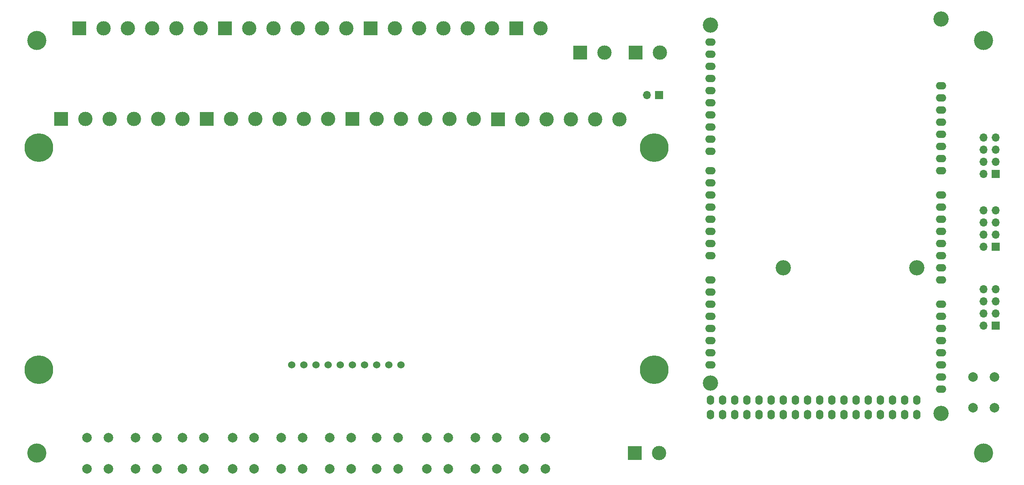
<source format=gbs>
%TF.GenerationSoftware,KiCad,Pcbnew,(6.0.9)*%
%TF.CreationDate,2022-11-08T23:38:06-07:00*%
%TF.ProjectId,gnctr-wack-a-mole-pcb,676e6374-722d-4776-9163-6b2d612d6d6f,rev?*%
%TF.SameCoordinates,Original*%
%TF.FileFunction,Soldermask,Bot*%
%TF.FilePolarity,Negative*%
%FSLAX46Y46*%
G04 Gerber Fmt 4.6, Leading zero omitted, Abs format (unit mm)*
G04 Created by KiCad (PCBNEW (6.0.9)) date 2022-11-08 23:38:06*
%MOMM*%
%LPD*%
G01*
G04 APERTURE LIST*
%ADD10C,2.000000*%
%ADD11R,3.000000X3.000000*%
%ADD12C,3.000000*%
%ADD13R,1.700000X1.700000*%
%ADD14O,1.700000X1.700000*%
%ADD15C,4.000000*%
%ADD16C,6.000000*%
%ADD17C,1.524000*%
%ADD18O,2.197100X1.524000*%
%ADD19O,1.536700X1.998980*%
%ADD20O,1.539240X1.998980*%
%ADD21O,2.199640X1.524000*%
%ADD22C,3.197860*%
G04 APERTURE END LIST*
D10*
%TO.C,SW11*%
X241590000Y-132790000D03*
X241590000Y-126290000D03*
X246090000Y-132790000D03*
X246090000Y-126290000D03*
%TD*%
D11*
%TO.C,J2*%
X54610000Y-53340000D03*
D12*
X59690000Y-53340000D03*
X64770000Y-53340000D03*
X69850000Y-53340000D03*
X74930000Y-53340000D03*
X80010000Y-53340000D03*
%TD*%
D10*
%TO.C,SW2*%
X66330000Y-139020000D03*
X66330000Y-145520000D03*
X70830000Y-139020000D03*
X70830000Y-145520000D03*
%TD*%
D11*
%TO.C,J17*%
X50800000Y-72295000D03*
D12*
X55880000Y-72295000D03*
X60960000Y-72295000D03*
X66040000Y-72295000D03*
X71120000Y-72295000D03*
X76200000Y-72295000D03*
%TD*%
D10*
%TO.C,SW7*%
X116840000Y-145520000D03*
X116840000Y-139020000D03*
X121340000Y-145520000D03*
X121340000Y-139020000D03*
%TD*%
D13*
%TO.C,J8*%
X246380000Y-115570000D03*
D14*
X243840000Y-115570000D03*
X246380000Y-113030000D03*
X243840000Y-113030000D03*
X246380000Y-110490000D03*
X243840000Y-110490000D03*
X246380000Y-107950000D03*
X243840000Y-107950000D03*
%TD*%
D11*
%TO.C,J3*%
X142240000Y-72390000D03*
D12*
X147320000Y-72390000D03*
X152400000Y-72390000D03*
X157480000Y-72390000D03*
X162560000Y-72390000D03*
X167640000Y-72390000D03*
%TD*%
D10*
%TO.C,SW9*%
X137450000Y-145520000D03*
X137450000Y-139020000D03*
X141950000Y-145520000D03*
X141950000Y-139020000D03*
%TD*%
%TO.C,SW3*%
X76200000Y-145520000D03*
X76200000Y-139020000D03*
X80700000Y-139020000D03*
X80700000Y-145520000D03*
%TD*%
D11*
%TO.C,J4*%
X159385000Y-58420000D03*
D12*
X164465000Y-58420000D03*
%TD*%
D15*
%TO.C,H3*%
X243840000Y-55880000D03*
%TD*%
%TO.C,H1*%
X45720000Y-55880000D03*
%TD*%
D11*
%TO.C,J16*%
X81280000Y-72295000D03*
D12*
X86360000Y-72295000D03*
X91440000Y-72295000D03*
X96520000Y-72295000D03*
X101600000Y-72295000D03*
X106680000Y-72295000D03*
%TD*%
D11*
%TO.C,J9*%
X170985000Y-58450000D03*
D12*
X176065000Y-58450000D03*
%TD*%
D11*
%TO.C,J13*%
X146050000Y-53340000D03*
D12*
X151130000Y-53340000D03*
%TD*%
D10*
%TO.C,SW6*%
X106970000Y-145520000D03*
X106970000Y-139020000D03*
X111470000Y-145520000D03*
X111470000Y-139020000D03*
%TD*%
%TO.C,SW10*%
X147610000Y-139020000D03*
X147610000Y-145520000D03*
X152110000Y-145520000D03*
X152110000Y-139020000D03*
%TD*%
D13*
%TO.C,JP1*%
X175895000Y-67310000D03*
D14*
X173355000Y-67310000D03*
%TD*%
D11*
%TO.C,J10*%
X170815000Y-142270000D03*
D12*
X175895000Y-142270000D03*
%TD*%
D10*
%TO.C,SW4*%
X86650000Y-139020000D03*
X86650000Y-145520000D03*
X91150000Y-145520000D03*
X91150000Y-139020000D03*
%TD*%
D11*
%TO.C,J14*%
X111760000Y-72295000D03*
D12*
X116840000Y-72295000D03*
X121920000Y-72295000D03*
X127000000Y-72295000D03*
X132080000Y-72295000D03*
X137160000Y-72295000D03*
%TD*%
D10*
%TO.C,SW5*%
X96810000Y-145520000D03*
X96810000Y-139020000D03*
X101310000Y-145520000D03*
X101310000Y-139020000D03*
%TD*%
D16*
%TO.C,U1*%
X46090000Y-78350000D03*
X174890000Y-124850000D03*
X174890000Y-78350000D03*
X46090000Y-124850000D03*
D17*
X99060000Y-123800000D03*
X101600000Y-123800000D03*
X104140000Y-123800000D03*
X106680000Y-123800000D03*
X109220000Y-123800000D03*
X111760000Y-123800000D03*
X114300000Y-123800000D03*
X116840000Y-123800000D03*
X119380000Y-123800000D03*
X121920000Y-123800000D03*
%TD*%
D15*
%TO.C,H2*%
X243840000Y-142240000D03*
%TD*%
D13*
%TO.C,J6*%
X246380000Y-83820000D03*
D14*
X243840000Y-83820000D03*
X246380000Y-81280000D03*
X243840000Y-81280000D03*
X246380000Y-78740000D03*
X243840000Y-78740000D03*
X246380000Y-76200000D03*
X243840000Y-76200000D03*
%TD*%
D11*
%TO.C,J11*%
X85090000Y-53340000D03*
D12*
X90170000Y-53340000D03*
X95250000Y-53340000D03*
X100330000Y-53340000D03*
X105410000Y-53340000D03*
X110490000Y-53340000D03*
%TD*%
D10*
%TO.C,SW8*%
X127290000Y-145520000D03*
X127290000Y-139020000D03*
X131790000Y-145520000D03*
X131790000Y-139020000D03*
%TD*%
D15*
%TO.C,H4*%
X45720000Y-142240000D03*
%TD*%
D13*
%TO.C,J7*%
X246380000Y-99060000D03*
D14*
X243840000Y-99060000D03*
X246380000Y-96520000D03*
X243840000Y-96520000D03*
X246380000Y-93980000D03*
X243840000Y-93980000D03*
X246380000Y-91440000D03*
X243840000Y-91440000D03*
%TD*%
D10*
%TO.C,SW1*%
X56170000Y-139020000D03*
X56170000Y-145520000D03*
X60670000Y-139020000D03*
X60670000Y-145520000D03*
%TD*%
D11*
%TO.C,J12*%
X115570000Y-53340000D03*
D12*
X120650000Y-53340000D03*
X125730000Y-53340000D03*
X130810000Y-53340000D03*
X135890000Y-53340000D03*
X140970000Y-53340000D03*
%TD*%
D18*
%TO.C,J1*%
X186690000Y-56261000D03*
X186690000Y-58801000D03*
X186690000Y-61341000D03*
X186690000Y-63881000D03*
X186690000Y-66421000D03*
X186690000Y-68961000D03*
X186690000Y-71501000D03*
X186690000Y-74041000D03*
X186690000Y-76581000D03*
X186690000Y-79121000D03*
X186690000Y-83185000D03*
X186690000Y-85725000D03*
X186690000Y-88265000D03*
X186690000Y-90805000D03*
X186690000Y-93345000D03*
X186690000Y-95885000D03*
X186690000Y-98425000D03*
X186690000Y-100965000D03*
X186690000Y-106045000D03*
X186690000Y-108585000D03*
X186690000Y-111125000D03*
X186690000Y-113665000D03*
X186690000Y-116205000D03*
X186690000Y-118745000D03*
X186690000Y-121285000D03*
X186690000Y-123825000D03*
D19*
X186690000Y-134231380D03*
X189230000Y-134231380D03*
X191770000Y-134231380D03*
X194310000Y-134231380D03*
X196850000Y-134231380D03*
X199390000Y-134231380D03*
X201930000Y-134231380D03*
X204470000Y-134231380D03*
X207010000Y-134231380D03*
X209550000Y-134231380D03*
X212090000Y-134231380D03*
X214630000Y-134231380D03*
X217170000Y-134231380D03*
X219710000Y-134231380D03*
X222250000Y-134231380D03*
X224790000Y-134231380D03*
X227330000Y-134231380D03*
X229870000Y-134231380D03*
D20*
X186690000Y-131196080D03*
X189230000Y-131196080D03*
X191770000Y-131196080D03*
X194310000Y-131196080D03*
X196850000Y-131196080D03*
X199390000Y-131196080D03*
X201930000Y-131196080D03*
X204470000Y-131196080D03*
X207010000Y-131196080D03*
X209550000Y-131196080D03*
X212090000Y-131196080D03*
X214630000Y-131196080D03*
X217170000Y-131196080D03*
X219710000Y-131196080D03*
X222250000Y-131196080D03*
X224790000Y-131196080D03*
X227330000Y-131196080D03*
X229870000Y-131196080D03*
D18*
X234950000Y-128905000D03*
X234950000Y-126365000D03*
X234950000Y-123825000D03*
X234950000Y-121285000D03*
X234950000Y-118745000D03*
D21*
X234950000Y-116205000D03*
X234950000Y-113665000D03*
X234950000Y-111125000D03*
X234950000Y-106045000D03*
X234950000Y-103505000D03*
X234950000Y-100965000D03*
X234950000Y-98425000D03*
X234950000Y-95885000D03*
X234950000Y-93345000D03*
X234950000Y-90805000D03*
X234950000Y-88265000D03*
X234950000Y-83185000D03*
X234950000Y-80645000D03*
X234950000Y-78105000D03*
X234950000Y-75565000D03*
X234950000Y-73025000D03*
X234950000Y-70485000D03*
X234950000Y-67945000D03*
X234950000Y-65405000D03*
D22*
X186690000Y-52705000D03*
X201930000Y-103505000D03*
X229870000Y-103505000D03*
X234950000Y-51435000D03*
X186690000Y-127635000D03*
X234950000Y-133985000D03*
%TD*%
M02*

</source>
